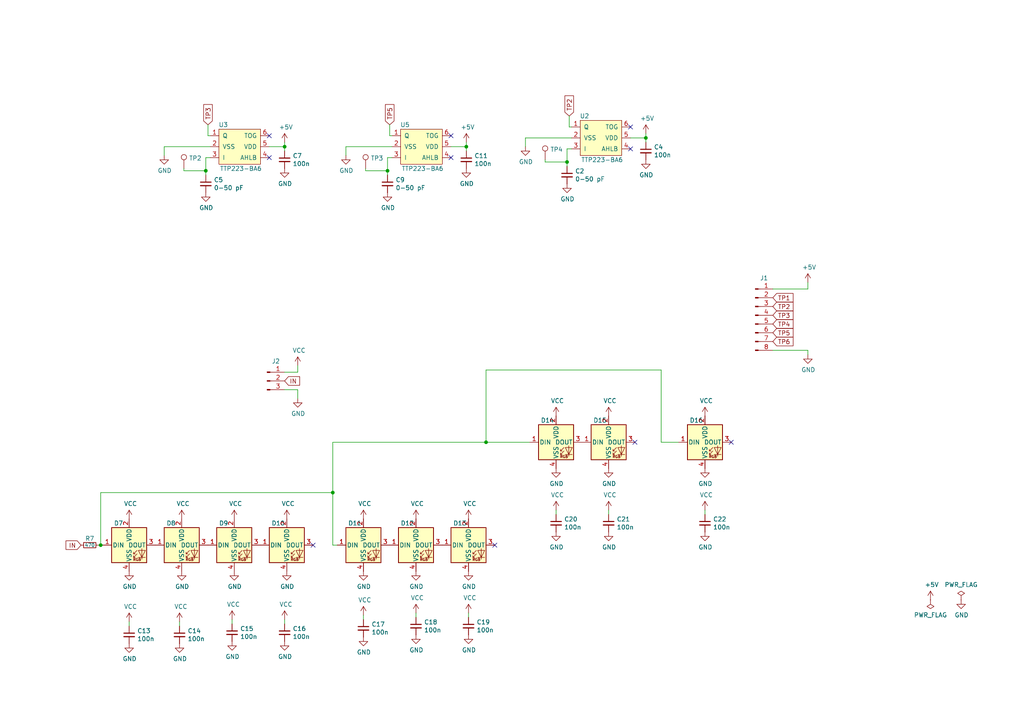
<source format=kicad_sch>
(kicad_sch (version 20211123) (generator eeschema)
  (paper "A4")
  (lib_symbols
    (symbol "Connector:Conn_01x03_Male" (pin_names (offset 1.016) hide)
      (property "Reference" "J" (at 0 5.08 0))
      (property "Value" "Conn_01x03_Male" (at 0 -5.08 0))
      (symbol "Conn_01x03_Male_1_1"
        (polyline (pts (xy 1.27 -2.54) (xy 0.8636 -2.54)) (stroke (width 0.1524)))
        (polyline (pts (xy 1.27 0) (xy 0.8636 0)) (stroke (width 0.1524)))
        (polyline (pts (xy 1.27 2.54) (xy 0.8636 2.54)) (stroke (width 0.1524)))
        (rectangle (start 0.8636 -2.413) (end 0 -2.667) (stroke (width 0.1524)) (fill (type outline)))
        (rectangle (start 0.8636 0.127) (end 0 -0.127) (stroke (width 0.1524)) (fill (type outline)))
        (rectangle (start 0.8636 2.667) (end 0 2.413) (stroke (width 0.1524)) (fill (type outline)))
        (pin passive line (at 5.08 2.54 180) (length 3.81) (name "Pin_1") (number "1"))
        (pin passive line (at 5.08 0 180) (length 3.81) (name "Pin_2") (number "2"))
        (pin passive line (at 5.08 -2.54 180) (length 3.81) (name "Pin_3") (number "3"))
      )
    )
    (symbol "Connector:Conn_01x08_Male" (pin_names (offset 1.016) hide)
      (property "Reference" "J" (at 0 10.16 0))
      (property "Value" "Conn_01x08_Male" (at 0 -12.7 0))
      (symbol "Conn_01x08_Male_1_1"
        (polyline (pts (xy 1.27 -10.16) (xy 0.8636 -10.16)) (stroke (width 0.1524)))
        (polyline (pts (xy 1.27 -7.62) (xy 0.8636 -7.62)) (stroke (width 0.1524)))
        (polyline (pts (xy 1.27 -5.08) (xy 0.8636 -5.08)) (stroke (width 0.1524)))
        (polyline (pts (xy 1.27 -2.54) (xy 0.8636 -2.54)) (stroke (width 0.1524)))
        (polyline (pts (xy 1.27 0) (xy 0.8636 0)) (stroke (width 0.1524)))
        (polyline (pts (xy 1.27 2.54) (xy 0.8636 2.54)) (stroke (width 0.1524)))
        (polyline (pts (xy 1.27 5.08) (xy 0.8636 5.08)) (stroke (width 0.1524)))
        (polyline (pts (xy 1.27 7.62) (xy 0.8636 7.62)) (stroke (width 0.1524)))
        (rectangle (start 0.8636 -10.033) (end 0 -10.287) (stroke (width 0.1524)) (fill (type outline)))
        (rectangle (start 0.8636 -7.493) (end 0 -7.747) (stroke (width 0.1524)) (fill (type outline)))
        (rectangle (start 0.8636 -4.953) (end 0 -5.207) (stroke (width 0.1524)) (fill (type outline)))
        (rectangle (start 0.8636 -2.413) (end 0 -2.667) (stroke (width 0.1524)) (fill (type outline)))
        (rectangle (start 0.8636 0.127) (end 0 -0.127) (stroke (width 0.1524)) (fill (type outline)))
        (rectangle (start 0.8636 2.667) (end 0 2.413) (stroke (width 0.1524)) (fill (type outline)))
        (rectangle (start 0.8636 5.207) (end 0 4.953) (stroke (width 0.1524)) (fill (type outline)))
        (rectangle (start 0.8636 7.747) (end 0 7.493) (stroke (width 0.1524)) (fill (type outline)))
        (pin passive line (at 5.08 7.62 180) (length 3.81) (name "Pin_1") (number "1"))
        (pin passive line (at 5.08 5.08 180) (length 3.81) (name "Pin_2") (number "2"))
        (pin passive line (at 5.08 2.54 180) (length 3.81) (name "Pin_3") (number "3"))
        (pin passive line (at 5.08 0 180) (length 3.81) (name "Pin_4") (number "4"))
        (pin passive line (at 5.08 -2.54 180) (length 3.81) (name "Pin_5") (number "5"))
        (pin passive line (at 5.08 -5.08 180) (length 3.81) (name "Pin_6") (number "6"))
        (pin passive line (at 5.08 -7.62 180) (length 3.81) (name "Pin_7") (number "7"))
        (pin passive line (at 5.08 -10.16 180) (length 3.81) (name "Pin_8") (number "8"))
      )
    )
    (symbol "Connector:TestPoint" (pin_numbers hide) (pin_names (offset 0.762) hide)
      (property "Reference" "TP" (at 0 6.858 0))
      (property "Value" "TestPoint" (at 0 5.08 0))
      (symbol "TestPoint_0_1"
        (circle (center 0 3.302) (radius 0.762))
      )
      (symbol "TestPoint_1_1"
        (pin passive line (at 0 0 90) (length 2.54) (name "1") (number "1"))
      )
    )
    (symbol "Device:C_Small" (pin_numbers hide) (pin_names (offset 0.254) hide)
      (property "Reference" "C" (at 0.254 1.778 0))
      (property "Value" "C_Small" (at 0.254 -2.032 0))
      (symbol "C_Small_0_1"
        (polyline (pts (xy -1.524 -0.508) (xy 1.524 -0.508)) (stroke (width 0.3302)))
        (polyline (pts (xy -1.524 0.508) (xy 1.524 0.508)) (stroke (width 0.3048)))
      )
      (symbol "C_Small_1_1"
        (pin passive line (at 0 2.54 270) (length 2.032) (name "~") (number "1"))
        (pin passive line (at 0 -2.54 90) (length 2.032) (name "~") (number "2"))
      )
    )
    (symbol "Device:R_Small" (pin_numbers hide) (pin_names (offset 0.254) hide)
      (property "Reference" "R" (at 0.762 0.508 0))
      (property "Value" "R_Small" (at 0.762 -1.016 0))
      (symbol "R_Small_0_1"
        (rectangle (start -0.762 1.778) (end 0.762 -1.778) (stroke (width 0.2032)))
      )
      (symbol "R_Small_1_1"
        (pin passive line (at 0 2.54 270) (length 0.762) (name "~") (number "1"))
        (pin passive line (at 0 -2.54 90) (length 0.762) (name "~") (number "2"))
      )
    )
    (symbol "power:+5V" (power) (pin_names (offset 0))
      (property "Value" "+5V" (at 0 3.556 0))
      (symbol "+5V_0_1"
        (polyline (pts (xy -0.762 1.27) (xy 0 2.54)))
        (polyline (pts (xy 0 0) (xy 0 2.54)))
        (polyline (pts (xy 0 2.54) (xy 0.762 1.27)))
      )
      (symbol "+5V_1_1"
        (pin power_in line (at 0 0 90) (length 0) hide (name "+5V") (number "1"))
      )
    )
    (symbol "power:GND" (power) (pin_names (offset 0))
      (property "Value" "GND" (at 0 -3.81 0))
      (symbol "GND_0_1"
        (polyline (pts (xy 0 0) (xy 0 -1.27) (xy 1.27 -1.27) (xy 0 -2.54) (xy -1.27 -1.27) (xy 0 -1.27)))
      )
      (symbol "GND_1_1"
        (pin power_in line (at 0 0 270) (length 0) hide (name "GND") (number "1"))
      )
    )
    (symbol "power:PWR_FLAG" (power) (pin_numbers hide) (pin_names (offset 0) hide)
      (property "Value" "PWR_FLAG" (at 0 3.81 0))
      (symbol "PWR_FLAG_0_0"
        (pin power_out line (at 0 0 90) (length 0) (name "pwr") (number "1"))
      )
      (symbol "PWR_FLAG_0_1"
        (polyline (pts (xy 0 0) (xy 0 1.27) (xy -1.016 1.905) (xy 0 2.54) (xy 1.016 1.905) (xy 0 1.27)))
      )
    )
    (symbol "power:VCC" (power) (pin_names (offset 0))
      (property "Value" "VCC" (at 0 3.81 0))
      (symbol "VCC_0_1"
        (polyline (pts (xy -0.762 1.27) (xy 0 2.54)))
        (polyline (pts (xy 0 0) (xy 0 2.54)))
        (polyline (pts (xy 0 2.54) (xy 0.762 1.27)))
      )
      (symbol "VCC_1_1"
        (pin power_in line (at 0 0 90) (length 0) hide (name "VCC") (number "1"))
      )
    )
    (symbol "ttp223-ba6:TTP223-BA6" (pin_names (offset 1.016))
      (property "Reference" "U" (at 0 -1.27 0))
      (property "Value" "TTP223-BA6" (at 0 -1.27 0))
      (symbol "TTP223-BA6_0_1"
        (rectangle (start -5.715 10.16) (end 6.35 0) (fill (type background)))
      )
      (symbol "TTP223-BA6_1_1"
        (pin passive line (at -8.255 8.255 0) (length 2.54) (name "Q") (number "1"))
        (pin passive line (at -8.255 5.08 0) (length 2.54) (name "VSS") (number "2"))
        (pin passive line (at -8.255 1.905 0) (length 2.54) (name "I") (number "3"))
        (pin passive line (at 8.89 1.905 180) (length 2.54) (name "AHLB") (number "4"))
        (pin passive line (at 8.89 5.08 180) (length 2.54) (name "VDD") (number "5"))
        (pin passive line (at 8.89 8.255 180) (length 2.54) (name "TOG") (number "6"))
      )
    )
    (symbol "ws2812-4020:WS2812-4020" (pin_names (offset 0.254))
      (property "Reference" "D" (at 5.08 5.715 0))
      (property "Value" "WS2812-4020" (at 1.27 -5.715 0))
      (symbol "WS2812-4020_0_0"
        (text "RGB" (at 2.286 -4.191 0) (effects (font (size 0.762 0.762))))
      )
      (symbol "WS2812-4020_0_1"
        (polyline (pts (xy 1.27 -3.556) (xy 1.778 -3.556)))
        (polyline (pts (xy 1.27 -2.54) (xy 1.778 -2.54)))
        (polyline (pts (xy 4.699 -3.556) (xy 2.667 -3.556)))
        (polyline (pts (xy 2.286 -2.54) (xy 1.27 -3.556) (xy 1.27 -3.048)))
        (polyline (pts (xy 2.286 -1.524) (xy 1.27 -2.54) (xy 1.27 -2.032)))
        (polyline (pts (xy 3.683 -1.016) (xy 3.683 -3.556) (xy 3.683 -4.064)))
        (polyline (pts (xy 4.699 -1.524) (xy 2.667 -1.524) (xy 3.683 -3.556) (xy 4.699 -1.524)))
        (rectangle (start 5.08 5.08) (end -5.08 -5.08) (stroke (width 0.254)) (fill (type background)))
      )
      (symbol "WS2812-4020_1_1"
        (pin input line (at -7.62 0 0) (length 2.54) (name "DIN") (number "1"))
        (pin power_in line (at 0 7.62 270) (length 2.54) (name "VDD") (number "2"))
        (pin output line (at 7.62 0 180) (length 2.54) (name "DOUT") (number "3"))
        (pin power_in line (at 0 -7.62 90) (length 2.54) (name "VSS") (number "4"))
      )
    )
  )
  (junction (at 187.325 40.005))
  (junction (at 96.52 142.875))
  (junction (at 164.465 46.99))
  (junction (at 112.395 49.53))
  (junction (at 82.55 42.545))
  (junction (at 29.21 158.115))
  (junction (at 135.255 42.545))
  (junction (at 140.97 128.27))
  (junction (at 59.69 49.53))
  (no_connect (at 184.15 128.27))
  (no_connect (at 182.88 43.18))
  (no_connect (at 90.805 158.115))
  (no_connect (at 130.81 45.72))
  (no_connect (at 182.88 36.83))
  (no_connect (at 78.105 39.37))
  (no_connect (at 130.81 39.37))
  (no_connect (at 143.51 158.115))
  (no_connect (at 212.09 128.27))
  (no_connect (at 78.105 45.72))
  (wire (pts (xy 96.52 158.115) (xy 96.52 142.875)))
  (wire (pts (xy 82.55 107.95) (xy 86.36 107.95)))
  (wire (pts (xy 152.4 42.545) (xy 152.4 40.005)))
  (wire (pts (xy 67.31 179.705) (xy 67.31 180.975)))
  (wire (pts (xy 86.36 115.57) (xy 86.36 113.03)))
  (wire (pts (xy 234.315 101.6) (xy 234.315 102.87)))
  (wire (pts (xy 47.625 42.545) (xy 60.96 42.545)))
  (wire (pts (xy 28.575 158.115) (xy 29.21 158.115)))
  (wire (pts (xy 140.97 128.27) (xy 96.52 128.27)))
  (wire (pts (xy 113.03 36.195) (xy 113.03 39.37)))
  (wire (pts (xy 82.55 42.545) (xy 82.55 41.275)))
  (wire (pts (xy 59.69 45.72) (xy 59.69 49.53)))
  (wire (pts (xy 135.89 177.8) (xy 135.89 179.07)))
  (wire (pts (xy 165.735 43.18) (xy 164.465 43.18)))
  (wire (pts (xy 112.395 45.72) (xy 112.395 49.53)))
  (wire (pts (xy 191.77 128.27) (xy 191.77 107.315)))
  (wire (pts (xy 113.665 45.72) (xy 112.395 45.72)))
  (wire (pts (xy 29.21 142.875) (xy 29.21 158.115)))
  (wire (pts (xy 165.1 33.655) (xy 165.1 36.83)))
  (wire (pts (xy 234.315 83.82) (xy 234.315 81.915)))
  (wire (pts (xy 106.045 49.53) (xy 112.395 49.53)))
  (wire (pts (xy 96.52 128.27) (xy 96.52 142.875)))
  (wire (pts (xy 86.36 113.03) (xy 82.55 113.03)))
  (wire (pts (xy 140.97 107.315) (xy 140.97 128.27)))
  (wire (pts (xy 96.52 158.115) (xy 97.79 158.115)))
  (wire (pts (xy 135.255 42.545) (xy 135.255 41.275)))
  (wire (pts (xy 182.88 40.005) (xy 187.325 40.005)))
  (wire (pts (xy 187.325 40.005) (xy 187.325 41.275)))
  (wire (pts (xy 164.465 46.99) (xy 164.465 48.26)))
  (wire (pts (xy 100.33 45.085) (xy 100.33 42.545)))
  (wire (pts (xy 152.4 40.005) (xy 165.735 40.005)))
  (wire (pts (xy 105.41 178.435) (xy 105.41 179.705)))
  (wire (pts (xy 135.255 42.545) (xy 135.255 43.815)))
  (wire (pts (xy 191.77 128.27) (xy 196.85 128.27)))
  (wire (pts (xy 153.67 128.27) (xy 140.97 128.27)))
  (wire (pts (xy 78.105 42.545) (xy 82.55 42.545)))
  (wire (pts (xy 52.07 180.34) (xy 52.07 181.61)))
  (wire (pts (xy 158.115 46.355) (xy 158.115 46.99)))
  (wire (pts (xy 60.96 45.72) (xy 59.69 45.72)))
  (wire (pts (xy 224.155 101.6) (xy 234.315 101.6)))
  (wire (pts (xy 82.55 42.545) (xy 82.55 43.815)))
  (wire (pts (xy 187.325 40.005) (xy 187.325 38.735)))
  (wire (pts (xy 37.465 180.34) (xy 37.465 181.61)))
  (wire (pts (xy 96.52 142.875) (xy 29.21 142.875)))
  (wire (pts (xy 106.045 48.895) (xy 106.045 49.53)))
  (wire (pts (xy 82.55 179.705) (xy 82.55 180.975)))
  (wire (pts (xy 53.34 49.53) (xy 59.69 49.53)))
  (wire (pts (xy 204.47 147.955) (xy 204.47 149.225)))
  (wire (pts (xy 164.465 43.18) (xy 164.465 46.99)))
  (wire (pts (xy 100.33 42.545) (xy 113.665 42.545)))
  (wire (pts (xy 60.325 39.37) (xy 60.96 39.37)))
  (wire (pts (xy 130.81 42.545) (xy 135.255 42.545)))
  (wire (pts (xy 224.155 83.82) (xy 234.315 83.82)))
  (wire (pts (xy 47.625 45.085) (xy 47.625 42.545)))
  (wire (pts (xy 176.53 147.955) (xy 176.53 149.225)))
  (wire (pts (xy 120.65 177.8) (xy 120.65 179.07)))
  (wire (pts (xy 86.36 107.95) (xy 86.36 106.045)))
  (wire (pts (xy 60.325 36.195) (xy 60.325 39.37)))
  (wire (pts (xy 59.69 49.53) (xy 59.69 50.8)))
  (wire (pts (xy 112.395 49.53) (xy 112.395 50.8)))
  (wire (pts (xy 53.34 48.895) (xy 53.34 49.53)))
  (wire (pts (xy 161.29 147.955) (xy 161.29 149.225)))
  (wire (pts (xy 158.115 46.99) (xy 164.465 46.99)))
  (wire (pts (xy 165.1 36.83) (xy 165.735 36.83)))
  (wire (pts (xy 29.21 158.115) (xy 29.845 158.115)))
  (wire (pts (xy 191.77 107.315) (xy 140.97 107.315)))
  (wire (pts (xy 113.03 39.37) (xy 113.665 39.37)))
  (global_label "TP5" (shape input) (at 113.03 36.195 90) (property "Intersheet References" "${INTERSHEET_REFS}" (effects hide)))
  (global_label "TP5" (shape input) (at 224.155 96.52 0) (property "Intersheet References" "${INTERSHEET_REFS}" (effects hide)))
  (global_label "TP6" (shape input) (at 224.155 99.06 0) (property "Intersheet References" "${INTERSHEET_REFS}" (effects hide)))
  (global_label "TP2" (shape input) (at 224.155 88.9 0) (property "Intersheet References" "${INTERSHEET_REFS}" (effects hide)))
  (global_label "TP3" (shape input) (at 224.155 91.44 0) (property "Intersheet References" "${INTERSHEET_REFS}" (effects hide)))
  (global_label "IN" (shape input) (at 82.55 110.49 0) (property "Intersheet References" "${INTERSHEET_REFS}" (effects hide)))
  (global_label "TP3" (shape input) (at 60.325 36.195 90) (property "Intersheet References" "${INTERSHEET_REFS}" (effects hide)))
  (global_label "IN" (shape input) (at 23.495 158.115 180) (property "Intersheet References" "${INTERSHEET_REFS}" (effects hide)))
  (global_label "TP1" (shape input) (at 224.155 86.36 0) (property "Intersheet References" "${INTERSHEET_REFS}" (effects hide)))
  (global_label "TP4" (shape input) (at 224.155 93.98 0) (property "Intersheet References" "${INTERSHEET_REFS}" (effects hide)))
  (global_label "TP2" (shape input) (at 165.1 33.655 90) (property "Intersheet References" "${INTERSHEET_REFS}" (effects hide)))
  (symbol (lib_id "power:GND") (at 278.765 173.99 0) (unit 1)
    (property "Reference" "#PWR01" (effects hide))
    (property "Value" "GND" (at 278.892 178.3842 0))
  )
  (symbol (lib_id "power:PWR_FLAG") (at 278.765 173.99 0) (unit 1)
    (property "Reference" "#FLG01" (effects hide))
    (property "Value" "PWR_FLAG" (at 278.765 169.5958 0))
  )
  (symbol (lib_id "power:PWR_FLAG") (at 269.875 173.99 180) (unit 1)
    (property "Reference" "#FLG02" (effects hide))
    (property "Value" "PWR_FLAG" (at 269.875 178.3842 0))
  )
  (symbol (lib_id "Connector:TestPoint") (at 53.34 48.895 0) (unit 1)
    (property "Reference" "TP2" (at 54.8132 45.8978 0) (effects (justify left)))
    (property "Value" "TestPoint" (effects hide))
    (property "Footprint" "Touchpad:TP_11mm_kvacica" (effects hide))
  )
  (symbol (lib_id "Connector:TestPoint") (at 106.045 48.895 0) (unit 1)
    (property "Reference" "TP3" (at 107.5182 45.8978 0) (effects (justify left)))
    (property "Value" "TestPoint" (effects hide))
    (property "Footprint" "Touchpad:TP_11mm_strelicaLijevo" (effects hide))
  )
  (symbol (lib_id "ws2812-4020:WS2812-4020") (at 37.465 158.115 0) (unit 1)
    (property "Reference" "D7" (at 33.02 151.765 0) (effects (justify left)))
    (property "Value" "WS2812-4020" (effects hide))
    (property "Footprint" "Touchpad:WS2812-4020" (effects hide))
    (property "Datasheet" "http://www.peace-corp.co.jp/data/WS2812-2020_V1.0_EN.pdf" (effects hide))
  )
  (symbol (lib_id "power:+5V") (at 269.875 173.99 0) (unit 1)
    (property "Reference" "#PWR0101" (effects hide))
    (property "Value" "+5V" (at 270.256 169.5958 0))
  )
  (symbol (lib_id "power:+5V") (at 234.315 81.915 0) (unit 1)
    (property "Reference" "#PWR0103" (effects hide))
    (property "Value" "+5V" (at 234.696 77.5208 0))
  )
  (symbol (lib_id "Device:R_Small") (at 26.035 158.115 270) (unit 1)
    (property "Reference" "R7" (at 26.035 156.21 90))
    (property "Value" "470" (at 26.035 158.115 90) (effects (font (size 0.9906 0.9906))))
    (property "Footprint" "Resistor_SMD:R_0603_1608Metric" (effects hide))
  )
  (symbol (lib_id "power:+5V") (at 187.325 38.735 0) (unit 1)
    (property "Reference" "#PWR0105" (effects hide))
    (property "Value" "+5V" (at 187.706 34.3408 0))
  )
  (symbol (lib_id "power:+5V") (at 82.55 41.275 0) (unit 1)
    (property "Reference" "#PWR0107" (effects hide))
    (property "Value" "+5V" (at 82.931 36.8808 0))
  )
  (symbol (lib_id "power:VCC") (at 86.36 106.045 0) (unit 1)
    (property "Reference" "#PWR0110" (effects hide))
    (property "Value" "VCC" (at 86.741 101.6508 0))
  )
  (symbol (lib_id "power:+5V") (at 135.255 41.275 0) (unit 1)
    (property "Reference" "#PWR0108" (effects hide))
    (property "Value" "+5V" (at 135.636 36.8808 0))
  )
  (symbol (lib_id "power:GND") (at 86.36 115.57 0) (unit 1)
    (property "Reference" "#PWR0111" (effects hide))
    (property "Value" "GND" (at 86.487 119.9642 0))
  )
  (symbol (lib_id "power:VCC") (at 37.465 150.495 0) (unit 1)
    (property "Reference" "#PWR0112" (effects hide))
    (property "Value" "VCC" (at 37.846 146.1008 0))
  )
  (symbol (lib_id "Connector:Conn_01x03_Male") (at 77.47 110.49 0) (unit 1)
    (property "Reference" "J2" (at 80.01 104.775 0))
    (property "Value" "Conn_01x03_Male" (effects hide))
    (property "Footprint" "Connector_PinHeader_2.54mm:PinHeader_1x03_P2.54mm_Vertical" (effects hide))
  )
  (symbol (lib_id "ttp223-ba6:TTP223-BA6") (at 69.215 47.625 0) (unit 1)
    (property "Reference" "U3" (at 64.77 36.195 0))
    (property "Value" "TTP223-BA6" (at 69.85 48.895 0))
    (property "Footprint" "Package_TO_SOT_SMD:SOT-23-6" (effects hide))
  )
  (symbol (lib_id "power:GND") (at 47.625 45.085 0) (unit 1)
    (property "Reference" "#PWR010" (effects hide))
    (property "Value" "GND" (at 47.752 49.4792 0))
  )
  (symbol (lib_id "power:GND") (at 59.69 55.88 0) (unit 1)
    (property "Reference" "#PWR012" (effects hide))
    (property "Value" "GND" (at 59.817 60.2742 0))
  )
  (symbol (lib_id "Device:C_Small") (at 59.69 53.34 0) (unit 1)
    (property "Reference" "C5" (at 62.0268 52.1716 0) (effects (justify left)))
    (property "Value" "0-50 pF" (at 62.0268 54.483 0) (effects (justify left)))
    (property "Footprint" "Capacitor_SMD:C_0603_1608Metric" (effects hide))
  )
  (symbol (lib_id "Device:C_Small") (at 82.55 46.355 0) (unit 1)
    (property "Reference" "C7" (at 84.8868 45.1866 0) (effects (justify left)))
    (property "Value" "100n" (at 84.8868 47.498 0) (effects (justify left)))
    (property "Footprint" "Capacitor_SMD:C_0603_1608Metric" (effects hide))
  )
  (symbol (lib_id "power:GND") (at 82.55 48.895 0) (unit 1)
    (property "Reference" "#PWR015" (effects hide))
    (property "Value" "GND" (at 82.677 53.2892 0))
  )
  (symbol (lib_id "power:GND") (at 37.465 165.735 0) (unit 1)
    (property "Reference" "#PWR0113" (effects hide))
    (property "Value" "GND" (at 37.592 170.1292 0))
  )
  (symbol (lib_id "Device:C_Small") (at 37.465 184.15 0) (unit 1)
    (property "Reference" "C13" (at 39.8018 182.9816 0) (effects (justify left)))
    (property "Value" "100n" (at 39.8018 185.293 0) (effects (justify left)))
    (property "Footprint" "Capacitor_SMD:C_0603_1608Metric" (effects hide))
  )
  (symbol (lib_id "power:GND") (at 37.465 186.69 0) (unit 1)
    (property "Reference" "#PWR0114" (effects hide))
    (property "Value" "GND" (at 37.592 191.0842 0))
  )
  (symbol (lib_id "power:VCC") (at 37.465 180.34 0) (unit 1)
    (property "Reference" "#PWR0115" (effects hide))
    (property "Value" "VCC" (at 37.846 175.9458 0))
  )
  (symbol (lib_id "ttp223-ba6:TTP223-BA6") (at 121.92 47.625 0) (unit 1)
    (property "Reference" "U5" (at 117.475 36.195 0))
    (property "Value" "TTP223-BA6" (at 122.555 48.895 0))
    (property "Footprint" "Package_TO_SOT_SMD:SOT-23-6" (effects hide))
  )
  (symbol (lib_id "power:GND") (at 100.33 45.085 0) (unit 1)
    (property "Reference" "#PWR018" (effects hide))
    (property "Value" "GND" (at 100.457 49.4792 0))
  )
  (symbol (lib_id "power:GND") (at 112.395 55.88 0) (unit 1)
    (property "Reference" "#PWR020" (effects hide))
    (property "Value" "GND" (at 112.522 60.2742 0))
  )
  (symbol (lib_id "Device:C_Small") (at 112.395 53.34 0) (unit 1)
    (property "Reference" "C9" (at 114.7318 52.1716 0) (effects (justify left)))
    (property "Value" "0-50 pF" (at 114.7318 54.483 0) (effects (justify left)))
    (property "Footprint" "Capacitor_SMD:C_0603_1608Metric" (effects hide))
  )
  (symbol (lib_id "Device:C_Small") (at 135.255 46.355 0) (unit 1)
    (property "Reference" "C11" (at 137.5918 45.1866 0) (effects (justify left)))
    (property "Value" "100n" (at 137.5918 47.498 0) (effects (justify left)))
    (property "Footprint" "Capacitor_SMD:C_0603_1608Metric" (effects hide))
  )
  (symbol (lib_id "power:GND") (at 135.255 48.895 0) (unit 1)
    (property "Reference" "#PWR023" (effects hide))
    (property "Value" "GND" (at 135.382 53.2892 0))
  )
  (symbol (lib_id "ws2812-4020:WS2812-4020") (at 105.41 158.115 0) (unit 1)
    (property "Reference" "D11" (at 100.965 151.765 0) (effects (justify left)))
    (property "Value" "WS2812-4020" (effects hide))
    (property "Footprint" "Touchpad:WS2812-4020" (effects hide))
    (property "Datasheet" "http://www.peace-corp.co.jp/data/WS2812-2020_V1.0_EN.pdf" (effects hide))
  )
  (symbol (lib_id "power:VCC") (at 105.41 150.495 0) (unit 1)
    (property "Reference" "#PWR0128" (effects hide))
    (property "Value" "VCC" (at 105.791 146.1008 0))
  )
  (symbol (lib_id "power:GND") (at 105.41 165.735 0) (unit 1)
    (property "Reference" "#PWR0129" (effects hide))
    (property "Value" "GND" (at 105.537 170.1292 0))
  )
  (symbol (lib_id "ws2812-4020:WS2812-4020") (at 120.65 158.115 0) (unit 1)
    (property "Reference" "D12" (at 116.205 151.765 0) (effects (justify left)))
    (property "Value" "WS2812-4020" (effects hide))
    (property "Footprint" "Touchpad:WS2812-4020" (effects hide))
    (property "Datasheet" "http://www.peace-corp.co.jp/data/WS2812-2020_V1.0_EN.pdf" (effects hide))
  )
  (symbol (lib_id "power:VCC") (at 120.65 150.495 0) (unit 1)
    (property "Reference" "#PWR0130" (effects hide))
    (property "Value" "VCC" (at 121.031 146.1008 0))
  )
  (symbol (lib_id "power:GND") (at 120.65 165.735 0) (unit 1)
    (property "Reference" "#PWR0131" (effects hide))
    (property "Value" "GND" (at 120.777 170.1292 0))
  )
  (symbol (lib_id "ws2812-4020:WS2812-4020") (at 135.89 158.115 0) (unit 1)
    (property "Reference" "D13" (at 131.445 151.765 0) (effects (justify left)))
    (property "Value" "WS2812-4020" (effects hide))
    (property "Footprint" "Touchpad:WS2812-4020" (effects hide))
    (property "Datasheet" "http://www.peace-corp.co.jp/data/WS2812-2020_V1.0_EN.pdf" (effects hide))
  )
  (symbol (lib_id "power:VCC") (at 135.89 150.495 0) (unit 1)
    (property "Reference" "#PWR0132" (effects hide))
    (property "Value" "VCC" (at 136.271 146.1008 0))
  )
  (symbol (lib_id "power:GND") (at 135.89 165.735 0) (unit 1)
    (property "Reference" "#PWR0133" (effects hide))
    (property "Value" "GND" (at 136.017 170.1292 0))
  )
  (symbol (lib_id "ws2812-4020:WS2812-4020") (at 52.705 158.115 0) (unit 1)
    (property "Reference" "D8" (at 48.26 151.765 0) (effects (justify left)))
    (property "Value" "WS2812-4020" (effects hide))
    (property "Footprint" "Touchpad:WS2812-4020" (effects hide))
    (property "Datasheet" "http://www.peace-corp.co.jp/data/WS2812-2020_V1.0_EN.pdf" (effects hide))
  )
  (symbol (lib_id "power:VCC") (at 52.705 150.495 0) (unit 1)
    (property "Reference" "#PWR0116" (effects hide))
    (property "Value" "VCC" (at 53.086 146.1008 0))
  )
  (symbol (lib_id "power:GND") (at 52.705 165.735 0) (unit 1)
    (property "Reference" "#PWR0117" (effects hide))
    (property "Value" "GND" (at 52.832 170.1292 0))
  )
  (symbol (lib_id "Device:C_Small") (at 105.41 182.245 0) (unit 1)
    (property "Reference" "C17" (at 107.7468 181.0766 0) (effects (justify left)))
    (property "Value" "100n" (at 107.7468 183.388 0) (effects (justify left)))
    (property "Footprint" "Capacitor_SMD:C_0603_1608Metric" (effects hide))
  )
  (symbol (lib_id "power:GND") (at 105.41 184.785 0) (unit 1)
    (property "Reference" "#PWR0134" (effects hide))
    (property "Value" "GND" (at 105.537 189.1792 0))
  )
  (symbol (lib_id "power:VCC") (at 105.41 178.435 0) (unit 1)
    (property "Reference" "#PWR0135" (effects hide))
    (property "Value" "VCC" (at 105.791 174.0408 0))
  )
  (symbol (lib_id "Device:C_Small") (at 120.65 181.61 0) (unit 1)
    (property "Reference" "C18" (at 122.9868 180.4416 0) (effects (justify left)))
    (property "Value" "100n" (at 122.9868 182.753 0) (effects (justify left)))
    (property "Footprint" "Capacitor_SMD:C_0603_1608Metric" (effects hide))
  )
  (symbol (lib_id "power:GND") (at 120.65 184.15 0) (unit 1)
    (property "Reference" "#PWR0136" (effects hide))
    (property "Value" "GND" (at 120.777 188.5442 0))
  )
  (symbol (lib_id "power:VCC") (at 120.65 177.8 0) (unit 1)
    (property "Reference" "#PWR0137" (effects hide))
    (property "Value" "VCC" (at 121.031 173.4058 0))
  )
  (symbol (lib_id "Device:C_Small") (at 135.89 181.61 0) (unit 1)
    (property "Reference" "C19" (at 138.2268 180.4416 0) (effects (justify left)))
    (property "Value" "100n" (at 138.2268 182.753 0) (effects (justify left)))
    (property "Footprint" "Capacitor_SMD:C_0603_1608Metric" (effects hide))
  )
  (symbol (lib_id "power:GND") (at 135.89 184.15 0) (unit 1)
    (property "Reference" "#PWR0138" (effects hide))
    (property "Value" "GND" (at 136.017 188.5442 0))
  )
  (symbol (lib_id "power:VCC") (at 135.89 177.8 0) (unit 1)
    (property "Reference" "#PWR0139" (effects hide))
    (property "Value" "VCC" (at 136.271 173.4058 0))
  )
  (symbol (lib_id "ws2812-4020:WS2812-4020") (at 67.945 158.115 0) (unit 1)
    (property "Reference" "D9" (at 63.5 151.765 0) (effects (justify left)))
    (property "Value" "WS2812-4020" (effects hide))
    (property "Footprint" "Touchpad:WS2812-4020" (effects hide))
    (property "Datasheet" "http://www.peace-corp.co.jp/data/WS2812-2020_V1.0_EN.pdf" (effects hide))
  )
  (symbol (lib_id "power:VCC") (at 67.945 150.495 0) (unit 1)
    (property "Reference" "#PWR0118" (effects hide))
    (property "Value" "VCC" (at 68.326 146.1008 0))
  )
  (symbol (lib_id "power:GND") (at 67.945 165.735 0) (unit 1)
    (property "Reference" "#PWR0119" (effects hide))
    (property "Value" "GND" (at 68.072 170.1292 0))
  )
  (symbol (lib_id "ws2812-4020:WS2812-4020") (at 83.185 158.115 0) (unit 1)
    (property "Reference" "D10" (at 78.74 151.765 0) (effects (justify left)))
    (property "Value" "WS2812-4020" (effects hide))
    (property "Footprint" "Touchpad:WS2812-4020" (effects hide))
    (property "Datasheet" "http://www.peace-corp.co.jp/data/WS2812-2020_V1.0_EN.pdf" (effects hide))
  )
  (symbol (lib_id "power:VCC") (at 83.185 150.495 0) (unit 1)
    (property "Reference" "#PWR0120" (effects hide))
    (property "Value" "VCC" (at 83.566 146.1008 0))
  )
  (symbol (lib_id "power:GND") (at 83.185 165.735 0) (unit 1)
    (property "Reference" "#PWR0121" (effects hide))
    (property "Value" "GND" (at 83.312 170.1292 0))
  )
  (symbol (lib_id "ws2812-4020:WS2812-4020") (at 161.29 128.27 0) (unit 1)
    (property "Reference" "D14" (at 156.845 121.92 0) (effects (justify left)))
    (property "Value" "WS2812-4020" (effects hide))
    (property "Footprint" "Touchpad:WS2812-4020" (effects hide))
    (property "Datasheet" "http://www.peace-corp.co.jp/data/WS2812-2020_V1.0_EN.pdf" (effects hide))
  )
  (symbol (lib_id "power:VCC") (at 161.29 120.65 0) (unit 1)
    (property "Reference" "#PWR0140" (effects hide))
    (property "Value" "VCC" (at 161.671 116.2558 0))
  )
  (symbol (lib_id "power:GND") (at 161.29 135.89 0) (unit 1)
    (property "Reference" "#PWR0141" (effects hide))
    (property "Value" "GND" (at 161.417 140.2842 0))
  )
  (symbol (lib_id "ws2812-4020:WS2812-4020") (at 176.53 128.27 0) (unit 1)
    (property "Reference" "D15" (at 172.085 121.92 0) (effects (justify left)))
    (property "Value" "WS2812-4020" (effects hide))
    (property "Footprint" "Touchpad:WS2812-4020" (effects hide))
    (property "Datasheet" "http://www.peace-corp.co.jp/data/WS2812-2020_V1.0_EN.pdf" (effects hide))
  )
  (symbol (lib_id "power:VCC") (at 176.53 120.65 0) (unit 1)
    (property "Reference" "#PWR0142" (effects hide))
    (property "Value" "VCC" (at 176.911 116.2558 0))
  )
  (symbol (lib_id "power:GND") (at 176.53 135.89 0) (unit 1)
    (property "Reference" "#PWR0143" (effects hide))
    (property "Value" "GND" (at 176.657 140.2842 0))
  )
  (symbol (lib_id "Device:C_Small") (at 161.29 151.765 0) (unit 1)
    (property "Reference" "C20" (at 163.6268 150.5966 0) (effects (justify left)))
    (property "Value" "100n" (at 163.6268 152.908 0) (effects (justify left)))
    (property "Footprint" "Capacitor_SMD:C_0603_1608Metric" (effects hide))
  )
  (symbol (lib_id "power:GND") (at 161.29 154.305 0) (unit 1)
    (property "Reference" "#PWR0144" (effects hide))
    (property "Value" "GND" (at 161.417 158.6992 0))
  )
  (symbol (lib_id "power:VCC") (at 161.29 147.955 0) (unit 1)
    (property "Reference" "#PWR0145" (effects hide))
    (property "Value" "VCC" (at 161.671 143.5608 0))
  )
  (symbol (lib_id "Device:C_Small") (at 176.53 151.765 0) (unit 1)
    (property "Reference" "C21" (at 178.8668 150.5966 0) (effects (justify left)))
    (property "Value" "100n" (at 178.8668 152.908 0) (effects (justify left)))
    (property "Footprint" "Capacitor_SMD:C_0603_1608Metric" (effects hide))
  )
  (symbol (lib_id "power:GND") (at 176.53 154.305 0) (unit 1)
    (property "Reference" "#PWR0146" (effects hide))
    (property "Value" "GND" (at 176.657 158.6992 0))
  )
  (symbol (lib_id "power:VCC") (at 176.53 147.955 0) (unit 1)
    (property "Reference" "#PWR0147" (effects hide))
    (property "Value" "VCC" (at 176.911 143.5608 0))
  )
  (symbol (lib_id "Device:C_Small") (at 52.07 184.15 0) (unit 1)
    (property "Reference" "C14" (at 54.4068 182.9816 0) (effects (justify left)))
    (property "Value" "100n" (at 54.4068 185.293 0) (effects (justify left)))
    (property "Footprint" "Capacitor_SMD:C_0603_1608Metric" (effects hide))
  )
  (symbol (lib_id "power:GND") (at 52.07 186.69 0) (unit 1)
    (property "Reference" "#PWR0122" (effects hide))
    (property "Value" "GND" (at 52.197 191.0842 0))
  )
  (symbol (lib_id "power:VCC") (at 52.07 180.34 0) (unit 1)
    (property "Reference" "#PWR0123" (effects hide))
    (property "Value" "VCC" (at 52.451 175.9458 0))
  )
  (symbol (lib_id "Device:C_Small") (at 67.31 183.515 0) (unit 1)
    (property "Reference" "C15" (at 69.6468 182.3466 0) (effects (justify left)))
    (property "Value" "100n" (at 69.6468 184.658 0) (effects (justify left)))
    (property "Footprint" "Capacitor_SMD:C_0603_1608Metric" (effects hide))
  )
  (symbol (lib_id "power:GND") (at 67.31 186.055 0) (unit 1)
    (property "Reference" "#PWR0124" (effects hide))
    (property "Value" "GND" (at 67.437 190.4492 0))
  )
  (symbol (lib_id "power:VCC") (at 67.31 179.705 0) (unit 1)
    (property "Reference" "#PWR0125" (effects hide))
    (property "Value" "VCC" (at 67.691 175.3108 0))
  )
  (symbol (lib_id "Device:C_Small") (at 82.55 183.515 0) (unit 1)
    (property "Reference" "C16" (at 84.8868 182.3466 0) (effects (justify left)))
    (property "Value" "100n" (at 84.8868 184.658 0) (effects (justify left)))
    (property "Footprint" "Capacitor_SMD:C_0603_1608Metric" (effects hide))
  )
  (symbol (lib_id "power:GND") (at 82.55 186.055 0) (unit 1)
    (property "Reference" "#PWR0126" (effects hide))
    (property "Value" "GND" (at 82.677 190.4492 0))
  )
  (symbol (lib_id "power:VCC") (at 82.55 179.705 0) (unit 1)
    (property "Reference" "#PWR0127" (effects hide))
    (property "Value" "VCC" (at 82.931 175.3108 0))
  )
  (symbol (lib_id "ws2812-4020:WS2812-4020") (at 204.47 128.27 0) (unit 1)
    (property "Reference" "D16" (at 200.025 121.92 0) (effects (justify left)))
    (property "Value" "WS2812-4020" (effects hide))
    (property "Footprint" "Touchpad:WS2812-4020" (effects hide))
    (property "Datasheet" "http://www.peace-corp.co.jp/data/WS2812-2020_V1.0_EN.pdf" (effects hide))
  )
  (symbol (lib_id "power:VCC") (at 204.47 120.65 0) (unit 1)
    (property "Reference" "#PWR0148" (effects hide))
    (property "Value" "VCC" (at 204.851 116.2558 0))
  )
  (symbol (lib_id "power:GND") (at 204.47 135.89 0) (unit 1)
    (property "Reference" "#PWR0149" (effects hide))
    (property "Value" "GND" (at 204.597 140.2842 0))
  )
  (symbol (lib_id "Device:C_Small") (at 204.47 151.765 0) (unit 1)
    (property "Reference" "C22" (at 206.8068 150.5966 0) (effects (justify left)))
    (property "Value" "100n" (at 206.8068 152.908 0) (effects (justify left)))
    (property "Footprint" "Capacitor_SMD:C_0603_1608Metric" (effects hide))
  )
  (symbol (lib_id "power:GND") (at 204.47 154.305 0) (unit 1)
    (property "Reference" "#PWR0150" (effects hide))
    (property "Value" "GND" (at 204.597 158.6992 0))
  )
  (symbol (lib_id "power:VCC") (at 204.47 147.955 0) (unit 1)
    (property "Reference" "#PWR0151" (effects hide))
    (property "Value" "VCC" (at 204.851 143.5608 0))
  )
  (symbol (lib_id "Connector:TestPoint") (at 158.115 46.355 0) (unit 1)
    (property "Reference" "TP4" (at 159.5882 43.3578 0) (effects (justify left)))
    (property "Value" "TestPoint" (effects hide))
    (property "Footprint" "Touchpad:TP_11mm_strelicaDesno" (effects hide))
  )
  (symbol (lib_id "ttp223-ba6:TTP223-BA6") (at 173.99 45.085 0) (unit 1)
    (property "Reference" "U2" (at 169.545 33.655 0))
    (property "Value" "TTP223-BA6" (at 174.625 46.355 0))
    (property "Footprint" "Package_TO_SOT_SMD:SOT-23-6" (effects hide))
  )
  (symbol (lib_id "power:GND") (at 152.4 42.545 0) (unit 1)
    (property "Reference" "#PWR03" (effects hide))
    (property "Value" "GND" (at 152.527 46.9392 0))
  )
  (symbol (lib_id "power:GND") (at 164.465 53.34 0) (unit 1)
    (property "Reference" "#PWR05" (effects hide))
    (property "Value" "GND" (at 164.592 57.7342 0))
  )
  (symbol (lib_id "Device:C_Small") (at 164.465 50.8 0) (unit 1)
    (property "Reference" "C2" (at 166.8018 49.6316 0) (effects (justify left)))
    (property "Value" "0-50 pF" (at 166.8018 51.943 0) (effects (justify left)))
    (property "Footprint" "Capacitor_SMD:C_0603_1608Metric" (effects hide))
  )
  (symbol (lib_id "Device:C_Small") (at 187.325 43.815 0) (unit 1)
    (property "Reference" "C4" (at 189.6618 42.6466 0) (effects (justify left)))
    (property "Value" "100n" (at 189.6618 44.958 0) (effects (justify left)))
    (property "Footprint" "Capacitor_SMD:C_0603_1608Metric" (effects hide))
  )
  (symbol (lib_id "power:GND") (at 187.325 46.355 0) (unit 1)
    (property "Reference" "#PWR09" (effects hide))
    (property "Value" "GND" (at 187.452 50.7492 0))
  )
  (symbol (lib_id "power:GND") (at 234.315 102.87 0) (unit 1)
    (property "Reference" "#PWR0102" (effects hide))
    (property "Value" "GND" (at 234.442 107.2642 0))
  )
  (symbol (lib_id "Connector:Conn_01x08_Male") (at 219.075 91.44 0) (unit 1)
    (property "Reference" "J1" (at 221.615 80.645 0))
    (property "Value" "Conn_01x08_Male" (effects hide))
    (property "Footprint" "Connector_PinHeader_2.54mm:PinHeader_1x08_P2.54mm_Vertical" (effects hide))
  )
)
</source>
